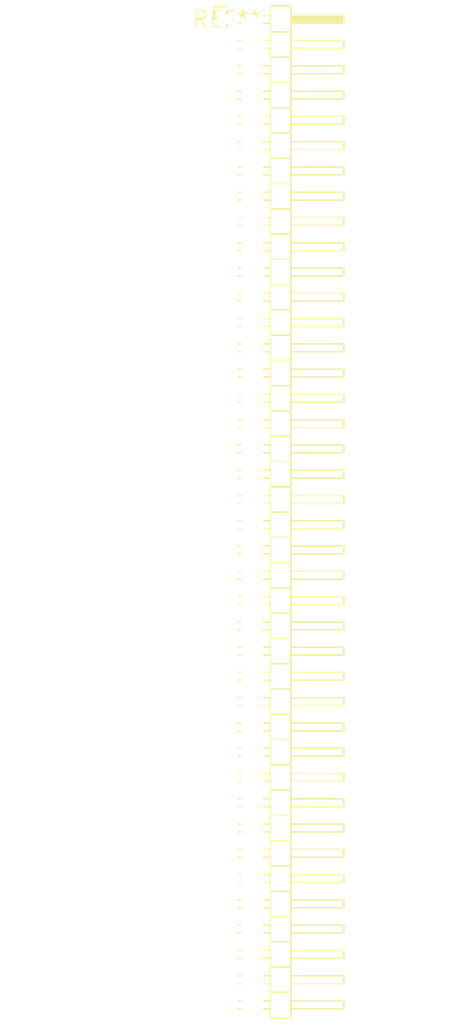
<source format=kicad_pcb>
(kicad_pcb (version 20240108) (generator pcbnew)
  (layers (0 "F.Cu" signal) (31 "B.Cu" signal) (34 "B.Paste" user) (35 "F.Paste" user) (36 "B.SilkS" user "B.Silkscreen") (37 "F.SilkS" user "F.Silkscreen") (38 "B.Mask" user) (39 "F.Mask" user) (44 "Edge.Cuts" user))
  (net 0 "")
  (footprint "PinHeader_2x40_P2.00mm_Horizontal" (layer "F.Cu") (at 0 0)
    (property "Reference" "REF**")
    (property "Value" "PinHeader_2x40_P2.00mm_Horizontal")
    (fp_line (start -1 -1) (end 0 -1) (layer "F.SilkS") (stroke (width 0.12)))
    (fp_line (start -1 0) (end -1 -1) (layer "F.SilkS") (stroke (width 0.12)))
    (fp_line (start 0.882114 1.69) (end 1.117886 1.69) (layer "F.SilkS") (stroke (width 0.12)))
    (fp_line (start 0.882114 2.31) (end 1.117886 2.31) (layer "F.SilkS") (stroke (width 0.12)))
    (fp_line (start 0.882114 3.69) (end 1.117886 3.69) (layer "F.SilkS") (stroke (width 0.12)))
    (fp_line (start 0.882114 4.31) (end 1.117886 4.31) (layer "F.SilkS") (stroke (width 0.12)))
    (fp_line (start 0.882114 5.69) (end 1.117886 5.69) (layer "F.SilkS") (stroke (width 0.12)))
    (fp_line (start 0.882114 6.31) (end 1.117886 6.31) (layer "F.SilkS") (stroke (width 0.12)))
    (fp_line (start 0.882114 7.69) (end 1.117886 7.69) (layer "F.SilkS") (stroke (width 0.12)))
    (fp_line (start 0.882114 8.31) (end 1.117886 8.31) (layer "F.SilkS") (stroke (width 0.12)))
    (fp_line (start 0.882114 9.69) (end 1.117886 9.69) (layer "F.SilkS") (stroke (width 0.12)))
    (fp_line (start 0.882114 10.31) (end 1.117886 10.31) (layer "F.SilkS") (stroke (width 0.12)))
    (fp_line (start 0.882114 11.69) (end 1.117886 11.69) (layer "F.SilkS") (stroke (width 0.12)))
    (fp_line (start 0.882114 12.31) (end 1.117886 12.31) (layer "F.SilkS") (stroke (width 0.12)))
    (fp_line (start 0.882114 13.69) (end 1.117886 13.69) (layer "F.SilkS") (stroke (width 0.12)))
    (fp_line (start 0.882114 14.31) (end 1.117886 14.31) (layer "F.SilkS") (stroke (width 0.12)))
    (fp_line (start 0.882114 15.69) (end 1.117886 15.69) (layer "F.SilkS") (stroke (width 0.12)))
    (fp_line (start 0.882114 16.31) (end 1.117886 16.31) (layer "F.SilkS") (stroke (width 0.12)))
    (fp_line (start 0.882114 17.69) (end 1.117886 17.69) (layer "F.SilkS") (stroke (width 0.12)))
    (fp_line (start 0.882114 18.31) (end 1.117886 18.31) (layer "F.SilkS") (stroke (width 0.12)))
    (fp_line (start 0.882114 19.69) (end 1.117886 19.69) (layer "F.SilkS") (stroke (width 0.12)))
    (fp_line (start 0.882114 20.31) (end 1.117886 20.31) (layer "F.SilkS") (stroke (width 0.12)))
    (fp_line (start 0.882114 21.69) (end 1.117886 21.69) (layer "F.SilkS") (stroke (width 0.12)))
    (fp_line (start 0.882114 22.31) (end 1.117886 22.31) (layer "F.SilkS") (stroke (width 0.12)))
    (fp_line (start 0.882114 23.69) (end 1.117886 23.69) (layer "F.SilkS") (stroke (width 0.12)))
    (fp_line (start 0.882114 24.31) (end 1.117886 24.31) (layer "F.SilkS") (stroke (width 0.12)))
    (fp_line (start 0.882114 25.69) (end 1.117886 25.69) (layer "F.SilkS") (stroke (width 0.12)))
    (fp_line (start 0.882114 26.31) (end 1.117886 26.31) (layer "F.SilkS") (stroke (width 0.12)))
    (fp_line (start 0.882114 27.69) (end 1.117886 27.69) (layer "F.SilkS") (stroke (width 0.12)))
    (fp_line (start 0.882114 28.31) (end 1.117886 28.31) (layer "F.SilkS") (stroke (width 0.12)))
    (fp_line (start 0.882114 29.69) (end 1.117886 29.69) (layer "F.SilkS") (stroke (width 0.12)))
    (fp_line (start 0.882114 30.31) (end 1.117886 30.31) (layer "F.SilkS") (stroke (width 0.12)))
    (fp_line (start 0.882114 31.69) (end 1.117886 31.69) (layer "F.SilkS") (stroke (width 0.12)))
    (fp_line (start 0.882114 32.31) (end 1.117886 32.31) (layer "F.SilkS") (stroke (width 0.12)))
    (fp_line (start 0.882114 33.69) (end 1.117886 33.69) (layer "F.SilkS") (stroke (width 0.12)))
    (fp_line (start 0.882114 34.31) (end 1.117886 34.31) (layer "F.SilkS") (stroke (width 0.12)))
    (fp_line (start 0.882114 35.69) (end 1.117886 35.69) (layer "F.SilkS") (stroke (width 0.12)))
    (fp_line (start 0.882114 36.31) (end 1.117886 36.31) (layer "F.SilkS") (stroke (width 0.12)))
    (fp_line (start 0.882114 37.69) (end 1.117886 37.69) (layer "F.SilkS") (stroke (width 0.12)))
    (fp_line (start 0.882114 38.31) (end 1.117886 38.31) (layer "F.SilkS") (stroke (width 0.12)))
    (fp_line (start 0.882114 39.69) (end 1.117886 39.69) (layer "F.SilkS") (stroke (width 0.12)))
    (fp_line (start 0.882114 40.31) (end 1.117886 40.31) (layer "F.SilkS") (stroke (width 0.12)))
    (fp_line (start 0.882114 41.69) (end 1.117886 41.69) (layer "F.SilkS") (stroke (width 0.12)))
    (fp_line (start 0.882114 42.31) (end 1.117886 42.31) (layer "F.SilkS") (stroke (width 0.12)))
    (fp_line (start 0.882114 43.69) (end 1.117886 43.69) (layer "F.SilkS") (stroke (width 0.12)))
    (fp_line (start 0.882114 44.31) (end 1.117886 44.31) (layer "F.SilkS") (stroke (width 0.12)))
    (fp_line (start 0.882114 45.69) (end 1.117886 45.69) (layer "F.SilkS") (stroke (width 0.12)))
    (fp_line (start 0.882114 46.31) (end 1.117886 46.31) (layer "F.SilkS") (stroke (width 0.12)))
    (fp_line (start 0.882114 47.69) (end 1.117886 47.69) (layer "F.SilkS") (stroke (width 0.12)))
    (fp_line (start 0.882114 48.31) (end 1.117886 48.31) (layer "F.SilkS") (stroke (width 0.12)))
    (fp_line (start 0.882114 49.69) (end 1.117886 49.69) (layer "F.SilkS") (stroke (width 0.12)))
    (fp_line (start 0.882114 50.31) (end 1.117886 50.31) (layer "F.SilkS") (stroke (width 0.12)))
    (fp_line (start 0.882114 51.69) (end 1.117886 51.69) (layer "F.SilkS") (stroke (width 0.12)))
    (fp_line (start 0.882114 52.31) (end 1.117886 52.31) (layer "F.SilkS") (stroke (width 0.12)))
    (fp_line (start 0.882114 53.69) (end 1.117886 53.69) (layer "F.SilkS") (stroke (width 0.12)))
    (fp_line (start 0.882114 54.31) (end 1.117886 54.31) (layer "F.SilkS") (stroke (width 0.12)))
    (fp_line (start 0.882114 55.69) (end 1.117886 55.69) (layer "F.SilkS") (stroke (width 0.12)))
    (fp_line (start 0.882114 56.31) (end 1.117886 56.31) (layer "F.SilkS") (stroke (width 0.12)))
    (fp_line (start 0.882114 57.69) (end 1.117886 57.69) (layer "F.SilkS") (stroke (width 0.12)))
    (fp_line (start 0.882114 58.31) (end 1.117886 58.31) (layer "F.SilkS") (stroke (width 0.12)))
    (fp_line (start 0.882114 59.69) (end 1.117886 59.69) (layer "F.SilkS") (stroke (width 0.12)))
    (fp_line (start 0.882114 60.31) (end 1.117886 60.31) (layer "F.SilkS") (stroke (width 0.12)))
    (fp_line (start 0.882114 61.69) (end 1.117886 61.69) (layer "F.SilkS") (stroke (width 0.12)))
    (fp_line (start 0.882114 62.31) (end 1.117886 62.31) (layer "F.SilkS") (stroke (width 0.12)))
    (fp_line (start 0.882114 63.69) (end 1.117886 63.69) (layer "F.SilkS") (stroke (width 0.12)))
    (fp_line (start 0.882114 64.31) (end 1.117886 64.31) (layer "F.SilkS") (stroke (width 0.12)))
    (fp_line (start 0.882114 65.69) (end 1.117886 65.69) (layer "F.SilkS") (stroke (width 0.12)))
    (fp_line (start 0.882114 66.31) (end 1.117886 66.31) (layer "F.SilkS") (stroke (width 0.12)))
    (fp_line (start 0.882114 67.69) (end 1.117886 67.69) (layer "F.SilkS") (stroke (width 0.12)))
    (fp_line (start 0.882114 68.31) (end 1.117886 68.31) (layer "F.SilkS") (stroke (width 0.12)))
    (fp_line (start 0.882114 69.69) (end 1.117886 69.69) (layer "F.SilkS") (stroke (width 0.12)))
    (fp_line (start 0.882114 70.31) (end 1.117886 70.31) (layer "F.SilkS") (stroke (width 0.12)))
    (fp_line (start 0.882114 71.69) (end 1.117886 71.69) (layer "F.SilkS") (stroke (width 0.12)))
    (fp_line (start 0.882114 72.31) (end 1.117886 72.31) (layer "F.SilkS") (stroke (width 0.12)))
    (fp_line (start 0.882114 73.69) (end 1.117886 73.69) (layer "F.SilkS") (stroke (width 0.12)))
    (fp_line (start 0.882114 74.31) (end 1.117886 74.31) (layer "F.SilkS") (stroke (width 0.12)))
    (fp_line (start 0.882114 75.69) (end 1.117886 75.69) (layer "F.SilkS") (stroke (width 0.12)))
    (fp_line (start 0.882114 76.31) (end 1.117886 76.31) (layer "F.SilkS") (stroke (width 0.12)))
    (fp_line (start 0.882114 77.69) (end 1.117886 77.69) (layer "F.SilkS") (stroke (width 0.12)))
    (fp_line (start 0.882114 78.31) (end 1.117886 78.31) (layer "F.SilkS") (stroke (width 0.12)))
    (fp_line (start 0.935 -0.31) (end 1.117886 -0.31) (layer "F.SilkS") (stroke (width 0.12)))
    (fp_line (start 0.935 0.31) (end 1.117886 0.31) (layer "F.SilkS") (stroke (width 0.12)))
    (fp_line (start 2.882114 -0.31) (end 3.44 -0.31) (layer "F.SilkS") (stroke (width 0.12)))
    (fp_line (start 2.882114 0.31) (end 3.44 0.31) (layer "F.SilkS") (stroke (width 0.12)))
    (fp_line (start 2.882114 1.69) (end 3.44 1.69) (layer "F.SilkS") (stroke (width 0.12)))
    (fp_line (start 2.882114 2.31) (end 3.44 2.31) (layer "F.SilkS") (stroke (width 0.12)))
    (fp_line (start 2.882114 3.69) (end 3.44 3.69) (layer "F.SilkS") (stroke (width 0.12)))
    (fp_line (start 2.882114 4.31) (end 3.44 4.31) (layer "F.SilkS") (stroke (width 0.12)))
    (fp_line (start 2.882114 5.69) (end 3.44 5.69) (layer "F.SilkS") (stroke (width 0.12)))
    (fp_line (start 2.882114 6.31) (end 3.44 6.31) (layer "F.SilkS") (stroke (width 0.12)))
    (fp_line (start 2.882114 7.69) (end 3.44 7.69) (layer "F.SilkS") (stroke (width 0.12)))
    (fp_line (start 2.882114 8.31) (end 3.44 8.31) (layer "F.SilkS") (stroke (width 0.12)))
    (fp_line (start 2.882114 9.69) (end 3.44 9.69) (layer "F.SilkS") (stroke (width 0.12)))
    (fp_line (start 2.882114 10.31) (end 3.44 10.31) (layer "F.SilkS") (stroke (width 0.12)))
    (fp_line (start 2.882114 11.69) (end 3.44 11.69) (layer "F.SilkS") (stroke (width 0.12)))
    (fp_line (start 2.882114 12.31) (end 3.44 12.31) (layer "F.SilkS") (stroke (width 0.12)))
    (fp_line (start 2.882114 13.69) (end 3.44 13.69) (layer "F.SilkS") (stroke (width 0.12)))
    (fp_line (start 2.882114 14.31) (end 3.44 14.31) (layer "F.SilkS") (stroke (width 0.12)))
    (fp_line (start 2.882114 15.69) (end 3.44 15.69) (layer "F.SilkS") (stroke (width 0.12)))
    (fp_line (start 2.882114 16.31) (end 3.44 16.31) (layer "F.SilkS") (stroke (width 0.12)))
    (fp_line (start 2.882114 17.69) (end 3.44 17.69) (layer "F.SilkS") (stroke (width 0.12)))
    (fp_line (start 2.882114 18.31) (end 3.44 18.31) (layer "F.SilkS") (stroke (width 0.12)))
    (fp_line (start 2.882114 19.69) (end 3.44 19.69) (layer "F.SilkS") (stroke (width 0.12)))
    (fp_line (start 2.882114 20.31) (end 3.44 20.31) (layer "F.SilkS") (stroke (width 0.12)))
    (fp_line (start 2.882114 21.69) (end 3.44 21.69) (layer "F.SilkS") (stroke (width 0.12)))
    (fp_line (start 2.882114 22.31) (end 3.44 22.31) (layer "F.SilkS") (stroke (width 0.12)))
    (fp_line (start 2.882114 23.69) (end 3.44 23.69) (layer "F.SilkS") (stroke (width 0.12)))
    (fp_line (start 2.882114 24.31) (end 3.44 24.31) (layer "F.SilkS") (stroke (width 0.12)))
    (fp_line (start 2.882114 25.69) (end 3.44 25.69) (layer "F.SilkS") (stroke (width 0.12)))
    (fp_line (start 2.882114 26.31) (end 3.44 26.31) (layer "F.SilkS") (stroke (width 0.12)))
    (fp_line (start 2.882114 27.69) (end 3.44 27.69) (layer "F.SilkS") (stroke (width 0.12)))
    (fp_line (start 2.882114 28.31) (end 3.44 28.31) (layer "F.SilkS") (stroke (width 0.12)))
    (fp_line (start 2.882114 29.69) (end 3.44 29.69) (layer "F.SilkS") (stroke (width 0.12)))
    (fp_line (start 2.882114 30.31) (end 3.44 30.31) (layer "F.SilkS") (stroke (width 0.12)))
    (fp_line (start 2.882114 31.69) (end 3.44 31.69) (layer "F.SilkS") (stroke (width 0.12)))
    (fp_line (start 2.882114 32.31) (end 3.44 32.31) (layer "F.SilkS") (stroke (width 0.12)))
    (fp_line (start 2.882114 33.69) (end 3.44 33.69) (layer "F.SilkS") (stroke (width 0.12)))
    (fp_line (start 2.882114 34.31) (end 3.44 34.31) (layer "F.SilkS") (stroke (width 0.12)))
    (fp_line (start 2.882114 35.69) (end 3.44 35.69) (layer "F.SilkS") (stroke (width 0.12)))
    (fp_line (start 2.882114 36.31) (end 3.44 36.31) (layer "F.SilkS") (stroke (width 0.12)))
    (fp_line (start 2.882114 37.69) (end 3.44 37.69) (layer "F.SilkS") (stroke (width 0.12)))
    (fp_line (start 2.882114 38.31) (end 3.44 38.31) (layer "F.SilkS") (stroke (width 0.12)))
    (fp_line (start 2.882114 39.69) (end 3.44 39.69) (layer "F.SilkS") (stroke (width 0.12)))
    (fp_line (start 2.882114 40.31) (end 3.44 40.31) (layer "F.SilkS") (stroke (width 0.12)))
    (fp_line (start 2.882114 41.69) (end 3.44 41.69) (layer "F.SilkS") (stroke (width 0.12)))
    (fp_line (start 2.882114 42.31) (end 3.44 42.31) (layer "F.SilkS") (stroke (width 0.12)))
    (fp_line (start 2.882114 43.69) (end 3.44 43.69) (layer "F.SilkS") (stroke (width 0.12)))
    (fp_line (start 2.882114 44.31) (end 3.44 44.31) (layer "F.SilkS") (stroke (width 0.12)))
    (fp_line (start 2.882114 45.69) (end 3.44 45.69) (layer "F.SilkS") (stroke (width 0.12)))
    (fp_line (start 2.882114 46.31) (end 3.44 46.31) (layer "F.SilkS") (stroke (width 0.12)))
    (fp_line (start 2.882114 47.69) (end 3.44 47.69) (layer "F.SilkS") (stroke (width 0.12)))
    (fp_line (start 2.882114 48.31) (end 3.44 48.31) (layer "F.SilkS") (stroke (width 0.12)))
    (fp_line (start 2.882114 49.69) (end 3.44 49.69) (layer "F.SilkS") (stroke (width 0.12)))
    (fp_line (start 2.882114 50.31) (end 3.44 50.31) (layer "F.SilkS") (stroke (width 0.12)))
    (fp_line (start 2.882114 51.69) (end 3.44 51.69) (layer "F.SilkS") (stroke (width 0.12)))
    (fp_line (start 2.882114 52.31) (end 3.44 52.31) (layer "F.SilkS") (stroke (width 0.12)))
    (fp_line (start 2.882114 53.69) (end 3.44 53.69) (layer "F.SilkS") (stroke (width 0.12)))
    (fp_line (start 2.882114 54.31) (end 3.44 54.31) (layer "F.SilkS") (stroke (width 0.12)))
    (fp_line (start 2.882114 55.69) (end 3.44 55.69) (layer "F.SilkS") (stroke (width 0.12)))
    (fp_line (start 2.882114 56.31) (end 3.44 56.31) (layer "F.SilkS") (stroke (width 0.12)))
    (fp_line (start 2.882114 57.69) (end 3.44 57.69) (layer "F.SilkS") (stroke (width 0.12)))
    (fp_line (start 2.882114 58.31) (end 3.44 58.31) (layer "F.SilkS") (stroke (width 0.12)))
    (fp_line (start 2.882114 59.69) (end 3.44 59.69) (layer "F.SilkS") (stroke (width 0.12)))
    (fp_line (start 2.882114 60.31) (end 3.44 60.31) (layer "F.SilkS") (stroke (width 0.12)))
    (fp_line (start 2.882114 61.69) (end 3.44 61.69) (layer "F.SilkS") (stroke (width 0.12)))
    (fp_line (start 2.882114 62.31) (end 3.44 62.31) (layer "F.SilkS") (stroke (width 0.12)))
    (fp_line (start 2.882114 63.69) (end 3.44 63.69) (layer "F.SilkS") (stroke (width 0.12)))
    (fp_line (start 2.882114 64.31) (end 3.44 64.31) (layer "F.SilkS") (stroke (width 0.12)))
    (fp_line (start 2.882114 65.69) (end 3.44 65.69) (layer "F.SilkS") (stroke (width 0.12)))
    (fp_line (start 2.882114 66.31) (end 3.44 66.31) (layer "F.SilkS") (stroke (width 0.12)))
    (fp_line (start 2.882114 67.69) (end 3.44 67.69) (layer "F.SilkS") (stroke (width 0.12)))
    (fp_line (start 2.882114 68.31) (end 3.44 68.31) (layer "F.SilkS") (stroke (width 0.12)))
    (fp_line (start 2.882114 69.69) (end 3.44 69.69) (layer "F.SilkS") (stroke (width 0.12)))
    (fp_line (start 2.882114 70.31) (end 3.44 70.31) (layer "F.SilkS") (stroke (width 0.12)))
    (fp_line (start 2.882114 71.69) (end 3.44 71.69) (layer "F.SilkS") (stroke (width 0.12)))
    (fp_line (start 2.882114 72.31) (end 3.44 72.31) (layer "F.SilkS") (stroke (width 0.12)))
    (fp_line (start 2.882114 73.69) (end 3.44 73.69) (layer "F.SilkS") (stroke (width 0.12)))
    (fp_line (start 2.882114 74.31) (end 3.44 74.31) (layer "F.SilkS") (stroke (width 0.12)))
    (fp_line (start 2.882114 75.69) (end 3.44 75.69) (layer "F.SilkS") (stroke (width 0.12)))
    (fp_line (start 2.882114 76.31) (end 3.44 76.31) (layer "F.SilkS") (stroke (width 0.12)))
    (fp_line (start 2.882114 77.69) (end 3.44 77.69) (layer "F.SilkS") (stroke (width 0.12)))
    (fp_line (start 2.882114 78.31) (end 3.44 78.31) (layer "F.SilkS") (stroke (width 0.12)))
    (fp_line (start 3.44 -1.06) (end 3.44 79.06) (layer "F.SilkS") (stroke (width 0.12)))
    (fp_line (start 3.44 1) (end 5.06 1) (layer "F.SilkS") (stroke (width 0.12)))
    (fp_line (start 3.44 3) (end 5.06 3) (layer "F.SilkS") (stroke (width 0.12)))
    (fp_line (start 3.44 5) (end 5.06 5) (layer "F.SilkS") (stroke (width 0.12)))
    (fp_line (start 3.44 7) (end 5.06 7) (layer "F.SilkS") (stroke (width 0.12)))
    (fp_line (start 3.44 9) (end 5.06 9) (layer "F.SilkS") (stroke (width 0.12)))
    (fp_line (start 3.44 11) (end 5.06 11) (layer "F.SilkS") (stroke (width 0.12)))
    (fp_line (start 3.44 13) (end 5.06 13) (layer "F.SilkS") (stroke (width 0.12)))
    (fp_line (start 3.44 15) (end 5.06 15) (layer "F.SilkS") (stroke (width 0.12)))
    (fp_line (start 3.44 17) (end 5.06 17) (layer "F.SilkS") (stroke (width 0.12)))
    (fp_line (start 3.44 19) (end 5.06 19) (layer "F.SilkS") (stroke (width 0.12)))
    (fp_line (start 3.44 21) (end 5.06 21) (layer "F.SilkS") (stroke (width 0.12)))
    (fp_line (start 3.44 23) (end 5.06 23) (layer "F.SilkS") (stroke (width 0.12)))
    (fp_line (start 3.44 25) (end 5.06 25) (layer "F.SilkS") (stroke (width 0.12)))
    (fp_line (start 3.44 27) (end 5.06 27) (layer "F.SilkS") (stroke (width 0.12)))
    (fp_line (start 3.44 29) (end 5.06 29) (layer "F.SilkS") (stroke (width 0.12)))
    (fp_line (start 3.44 31) (end 5.06 31) (layer "F.SilkS") (stroke (width 0.12)))
    (fp_line (start 3.44 33) (end 5.06 33) (layer "F.SilkS") (stroke (width 0.12)))
    (fp_line (start 3.44 35) (end 5.06 35) (layer "F.SilkS") (stroke (width 0.12)))
    (fp_line (start 3.44 37) (end 5.06 37) (layer "F.SilkS") (stroke (width 0.12)))
    (fp_line (start 3.44 39) (end 5.06 39) (layer "F.SilkS") (stroke (width 0.12)))
    (fp_line (start 3.44 41) (end 5.06 41) (layer "F.SilkS") (stroke (width 0.12)))
    (fp_line (start 3.44 43) (end 5.06 43) (layer "F.SilkS") (stroke (width 0.12)))
    (fp_line (start 3.44 45) (end 5.06 45) (layer "F.SilkS") (stroke (width 0.12)))
    (fp_line (start 3.44 47) (end 5.06 47) (layer "F.SilkS") (stroke (width 0.12)))
    (fp_line (start 3.44 49) (end 5.06 49) (layer "F.SilkS") (stroke (width 0.12)))
    (fp_line (start 3.44 51) (end 5.06 51) (layer "F.SilkS") (stroke (width 0.12)))
    (fp_line (start 3.44 53) (end 5.06 53) (layer "F.SilkS") (stroke (width 0.12)))
    (fp_line (start 3.44 55) (end 5.06 55) (layer "F.SilkS") (stroke (width 0.12)))
    (fp_line (start 3.44 57) (end 5.06 57) (layer "F.SilkS") (stroke (width 0.12)))
    (fp_line (start 3.44 59) (end 5.06 59) (layer "F.SilkS") (stroke (width 0.12)))
    (fp_line (start 3.44 61) (end 5.06 61) (layer "F.SilkS") (stroke (width 0.12)))
    (fp_line (start 3.44 63) (end 5.06 63) (layer "F.SilkS") (stroke (width 0.12)))
    (fp_line (start 3.44 65) (end 5.06 65) (layer "F.SilkS") (stroke (width 0.12)))
    (fp_line (start 3.44 67) (end 5.06 67) (layer "F.SilkS") (stroke (width 0.12)))
    (fp_line (start 3.44 69) (end 5.06 69) (layer "F.SilkS") (stroke (width 0.12)))
    (fp_line (start 3.44 71) (end 5.06 71) (layer "F.SilkS") (stroke (width 0.12)))
    (fp_line (start 3.44 73) (end 5.06 73) (layer "F.SilkS") (stroke (width 0.12)))
    (fp_line (start 3.44 75) (end 5.06 75) (layer "F.SilkS") (stroke (width 0.12)))
    (fp_line (start 3.44 77) (end 5.06 77) (layer "F.SilkS") (stroke (width 0.12)))
    (fp_line (start 3.44 79.06) (end 5.06 79.06) (layer "F.SilkS") (stroke (width 0.12)))
    (fp_line (start 5.06 -1.06) (end 3.44 -1.06) (layer "F.SilkS") (stroke (width 0.12)))
    (fp_line (start 5.06 -0.31) (end 9.26 -0.31) (layer "F.SilkS") (stroke (width 0.12)))
    (fp_line (start 5.06 -0.25) (end 9.26 -0.25) (layer "F.SilkS") (stroke (width 0.12)))
    (fp_line (start 5.06 -0.13) (end 9.26 -0.13) (layer "F.SilkS") (stroke (width 0.12)))
    (fp_line (start 5.06 -0.01) (end 9.26 -0.01) (layer "F.SilkS") (stroke (width 0.12)))
    (fp_line (start 5.06 0.11) (end 9.26 0.11) (layer "F.SilkS") (stroke (width 0.12)))
    (fp_line (start 5.06 0.23) (end 9.26 0.23) (layer "F.SilkS") (stroke (width 0.12)))
    (fp_line (start 5.06 1.69) (end 9.26 1.69) (layer "F.SilkS") (stroke (width 0.12)))
    (fp_line (start 5.06 3.69) (end 9.26 3.69) (layer "F.SilkS") (stroke (width 0.12)))
    (fp_line (start 5.06 5.69) (end 9.26 5.69) (layer "F.SilkS") (stroke (width 0.12)))
    (fp_line (start 5.06 7.69) (end 9.26 7.69) (layer "F.SilkS") (stroke (width 0.12)))
    (fp_line (start 5.06 9.69) (end 9.26 9.69) (layer "F.SilkS") (stroke (width 0.12)))
    (fp_line (start 5.06 11.69) (end 9.26 11.69) (layer "F.SilkS") (stroke (width 0.12)))
    (fp_line (start 5.06 13.69) (end 9.26 13.69) (layer "F.SilkS") (stroke (width 0.12)))
    (fp_line (start 5.06 15.69) (end 9.26 15.69) (layer "F.SilkS") (stroke (width 0.12)))
    (fp_line (start 5.06 17.69) (end 9.26 17.69) (layer "F.SilkS") (stroke (width 0.12)))
    (fp_line (start 5.06 19.69) (end 9.26 19.69) (layer "F.SilkS") (stroke (width 0.12)))
    (fp_line (start 5.06 21.69) (end 9.26 21.69) (layer "F.SilkS") (stroke (width 0.12)))
    (fp_line (start 5.06 23.69) (end 9.26 23.69) (layer "F.SilkS") (stroke (width 0.12)))
    (fp_line (start 5.06 25.69) (end 9.26 25.69) (layer "F.SilkS") (stroke (width 0.12)))
    (fp_line (start 5.06 27.69) (end 9.26 27.69) (layer "F.SilkS") (stroke (width 0.12)))
    (fp_line (start 5.06 29.69) (end 9.26 29.69) (layer "F.SilkS") (stroke (width 0.12)))
    (fp_line (start 5.06 31.69) (end 9.26 31.69) (layer "F.SilkS") (stroke (width 0.12)))
    (fp_line (start 5.06 33.69) (end 9.26 33.69) (layer "F.SilkS") (stroke (width 0.12)))
    (fp_line (start 5.06 35.69) (end 9.26 35.69) (layer "F.SilkS") (stroke (width 0.12)))
    (fp_line (start 5.06 37.69) (end 9.26 37.69) (layer "F.SilkS") (stroke (width 0.12)))
    (fp_line (start 5.06 39.69) (end 9.26 39.69) (layer "F.SilkS") (stroke (width 0.12)))
    (fp_line (start 5.06 41.69) (end 9.26 41.69) (layer "F.SilkS") (stroke (width 0.12)))
    (fp_line (start 5.06 43.69) (end 9.26 43.69) (layer "F.SilkS") (stroke (width 0.12)))
    (fp_line (start 5.06 45.69) (end 9.26 45.69) (layer "F.SilkS") (stroke (width 0.12)))
    (fp_line (start 5.06 47.69) (end 9.26 47.69) (layer "F.SilkS") (stroke (width 0.12)))
    (fp_line (start 5.06 49.69) (end 9.26 49.69) (layer "F.SilkS") (stroke (width 0.12)))
    (fp_line (start 5.06 51.69) (end 9.26 51.69) (layer "F.SilkS") (stroke (width 0.12)))
    (fp_line (start 5.06 53.69) (end 9.26 53.69) (layer "F.SilkS") (stroke (width 0.12)))
    (fp_line (start 5.06 55.69) (end 9.26 55.69) (layer "F.SilkS") (stroke (width 0.12)))
    (fp_line (start 5.06 57.69) (end 9.26 57.69) (layer "F.SilkS") (stroke (width 0.12)))
    (fp_line (start 5.06 59.69) (end 9.26 59.69) (layer "F.SilkS") (stroke (width 0.12)))
    (fp_line (start 5.06 61.69) (end 9.26 61.69) (layer "F.SilkS") (stroke (width 0.12)))
    (fp_line (start 5.06 63.69) (end 9.26 63.69) (layer "F.SilkS") (stroke (width 0.12)))
    (fp_line (start 5.06 65.69) (end 9.26 65.69) (layer "F.SilkS") (stroke (width 0.12)))
    (fp_line (start 5.06 67.69) (end 9.26 67.69) (layer "F.SilkS") (stroke (width 0.12)))
    (fp_line (start 5.06 69.69) (end 9.26 69.69) (layer "F.SilkS") (stroke (width 0.12)))
    (fp_line (start 5.06 71.69) (end 9.26 71.69) (layer "F.SilkS") (stroke (width 0.12)))
    (fp_line (start 5.06 73.69) (end 9.26 73.69) (layer "F.SilkS") (stroke (width 0.12)))
    (fp_line (start 5.06 75.69) (end 9.26 75.69) (layer "F.SilkS") (stroke (width 0.12)))
    (fp_line (start 5.06 77.69) (end 9.26 77.69) (layer "F.SilkS") (stroke (width 0.12)))
    (fp_line (start 5.06 79.06) (end 5.06 -1.06) (layer "F.SilkS") (stroke (width 0.12)))
    (fp_line (start 9.26 -0.31) (end 9.26 0.31) (layer "F.SilkS") (stroke (width 0.12)))
    (fp_line (start 9.26 0.31) (end 5.06 0.31) (layer "F.SilkS") (stroke (width 0.12)))
    (fp_line (start 9.26 1.69) (end 9.26 2.31) (layer "F.SilkS") (stroke (width 0.12)))
    (fp_line (start 9.26 2.31) (end 5.06 2.31) (layer "F.SilkS") (stroke (width 0.12)))
    (fp_line (start 9.26 3.69) (end 9.26 4.31) (layer "F.SilkS") (stroke (width 0.12)))
    (fp_line (start 9.26 4.31) (end 5.06 4.31) (layer "F.SilkS") (stroke (width 0.12)))
    (fp_line (start 9.26 5.69) (end 9.26 6.31) (layer "F.SilkS") (stroke (width 0.12)))
    (fp_line (start 9.26 6.31) (end 5.06 6.31) (layer "F.SilkS") (stroke (width 0.12)))
    (fp_line (start 9.26 7.69) (end 9.26 8.31) (layer "F.SilkS") (stroke (width 0.12)))
    (fp_line (start 9.26 8.31) (end 5.06 8.31) (layer "F.SilkS") (stroke (width 0.12)))
    (fp_line (start 9.26 9.69) (end 9.26 10.31) (layer "F.SilkS") (stroke (width 0.12)))
    (fp_line (start 9.26 10.31) (end 5.06 10.31) (layer "F.SilkS") (stroke (width 0.12)))
    (fp_line (start 9.26 11.69) (end 9.26 12.31) (layer "F.SilkS") (stroke (width 0.12)))
    (fp_line (start 9.26 12.31) (end 5.06 12.31) (layer "F.SilkS") (stroke (width 0.12)))
    (fp_line (start 9.26 13.69) (end 9.26 14.31) (layer "F.SilkS") (stroke (width 0.12)))
    (fp_line (start 9.26 14.31) (end 5.06 14.31) (layer "F.SilkS") (stroke (width 0.12)))
    (fp_line (start 9.26 15.69) (end 9.26 16.31) (layer "F.SilkS") (stroke (width 0.12)))
    (fp_line (start 9.26 16.31) (end 5.06 16.31) (layer "F.SilkS") (stroke (width 0.12)))
    (fp_line (start 9.26 17.69) (end 9.26 18.31) (layer "F.SilkS") (stroke (width 0.12)))
    (fp_line (start 9.26 18.31) (end 5.06 18.31) (layer "F.SilkS") (stroke (width 0.12)))
    (fp_line (start 9.26 19.69) (end 9.26 20.31) (layer "F.SilkS") (stroke (width 0.12)))
    (fp_line (start 9.26 20.31) (end 5.06 20.31) (layer "F.SilkS") (stroke (width 0.12)))
    (fp_line (start 9.26 21.69) (end 9.26 22.31) (layer "F.SilkS") (stroke (width 0.12)))
    (fp_line (start 9.26 22.31) (end 5.06 22.31) (layer "F.SilkS") (stroke (width 0.12)))
    (fp_line (start 9.26 23.69) (end 9.26 24.31) (layer "F.SilkS") (stroke (width 0.12)))
    (fp_line (start 9.26 24.31) (end 5.06 24.31) (layer "F.SilkS") (stroke (width 0.12)))
    (fp_line (start 9.26 25.69) (end 9.26 26.31) (layer "F.SilkS") (stroke (width 0.12)))
    (fp_line (start 9.26 26.31) (end 5.06 26.31) (layer "F.SilkS") (stroke (width 0.12)))
    (fp_line (start 9.26 27.69) (end 9.26 28.31) (layer "F.SilkS") (stroke (width 0.12)))
    (fp_line (start 9.26 28.31) (end 5.06 28.31) (layer "F.SilkS") (stroke (width 0.12)))
    (fp_line (start 9.26 29.69) (end 9.26 30.31) (layer "F.SilkS") (stroke (width 0.12)))
    (fp_line (start 9.26 30.31) (end 5.06 30.31) (layer "F.SilkS") (stroke (width 0.12)))
    (fp_line (start 9.26 31.69) (end 9.26 32.31) (layer "F.SilkS") (stroke (width 0.12)))
    (fp_line (start 9.26 32.31) (end 5.06 32.31) (layer "F.SilkS") (stroke (width 0.12)))
    (fp_line (start 9.26 33.69) (end 9.26 34.31) (layer "F.SilkS") (stroke (width 0.12)))
    (fp_line (start 9.26 34.31) (end 5.06 34.31) (layer "F.SilkS") (stroke (width 0.12)))
    (fp_line (start 9.26 35.69) (end 9.26 36.31) (layer "F.SilkS") (stroke (width 0.12)))
    (fp_line (start 9.26 36.31) (end 5.06 36.31) (layer "F.SilkS") (stroke (width 0.12)))
    (fp_line (start 9.26 37.69) (end 9.26 38.31) (layer "F.SilkS") (stroke (width 0.12)))
    (fp_line (start 9.26 38.31) (end 5.06 38.31) (layer "F.SilkS") (stroke (width 0.12)))
    (fp_line (start 9.26 39.69) (end 9.26 40.31) (layer "F.SilkS") (stroke (width 0.12)))
    (fp_line (start 9.26 40.31) (end 5.06 40.31) (layer "F.SilkS") (stroke (width 0.12)))
    (fp_line (start 9.26 41.69) (end 9.26 42.31) (layer "F.SilkS") (stroke (width 0.12)))
    (fp_line (start 9.26 42.31) (end 5.06 42.31) (layer "F.SilkS") (stroke (width 0.12)))
    (fp_line (start 9.26 43.69) (end 9.26 44.31) (layer "F.SilkS") (stroke (width 0.12)))
    (fp_line (start 9.26 44.31) (end 5.06 44.31) (layer "F.SilkS") (stroke (width 0.12)))
    (fp_line (start 9.26 45.69) (end 9.26 46.31) (layer "F.SilkS") (stroke (width 0.12)))
    (fp_line (start 9.26 46.31) (end 5.06 46.31) (layer "F.SilkS") (stroke (width 0.12)))
    (fp_line (start 9.26 47.69) (end 9.26 48.31) (layer "F.SilkS") (stroke (width 0.12)))
    (fp_line (start 9.26 48.31) (end 5.06 48.31) (layer "F.SilkS") (stroke (width 0.12)))
    (fp_line (start 9.26 49.69) (end 9.26 50.31) (layer "F.SilkS") (stroke (width 0.12)))
    (fp_line (start 9.26 50.31) (end 5.06 50.31) (layer "F.SilkS") (stroke (width 0.12)))
    (fp_line (start 9.26 51.69) (end 9.26 52.31) (layer "F.SilkS") (stroke (width 0.12)))
    (fp_line (start 9.26 52.31) (end 5.06 52.31) (layer "F.SilkS") (stroke (width 0.12)))
    (fp_line (start 9.26 53.69) (end 9.26 54.31) (layer "F.SilkS") (stroke (width 0.12)))
    (fp_line (start 9.26 54.31) (end 5.06 54.31) (layer "F.SilkS") (stroke (width 0.12)))
    (fp_line (start 9.26 55.69) (end 9.26 56.31) (layer "F.SilkS") (stroke (width 0.12)))
    (fp_line (start 9.26 56.31) (end 5.06 56.31) (layer "F.SilkS") (stroke (width 0.12)))
    (fp_line (start 9.26 57.69) (end 9.26 58.31) (layer "F.SilkS") (stroke (width 0.12)))
    (fp_line (start 9.26 58.31) (end 5.06 58.31) (layer "F.SilkS") (stroke (width 0.12)))
    (fp_line (start 9.26 59.69) (end 9.26 60.31) (layer "F.SilkS") (stroke (width 0.12)))
    (fp_line (start 9.26 60.31) (end 5.06 60.31) (layer "F.SilkS") (stroke (width 0.12)))
    (fp_line (start 9.26 61.69) (end 9.26 62.31) (layer "F.SilkS") (stroke (width 0.12)))
    (fp_line (start 9.26 62.31) (end 5.06 62.31) (layer "F.SilkS") (stroke (width 0.12)))
    (fp_line (start 9.26 63.69) (end 9.26 64.31) (layer "F.SilkS") (stroke (width 0.12)))
    (fp_line (start 9.26 64.31) (end 5.06 64.31) (layer "F.SilkS") (stroke (width 0.12)))
    (fp_line (start 9.26 65.69) (end 9.26 66.31) (layer "F.SilkS") (stroke (width 0.12)))
    (fp_line (start 9.26 66.31) (end 5.06 66.31) (layer "F.SilkS") (stroke (width 0.12)))
    (fp_line (start 9.26 67.69) (end 9.26 68.31) (layer "F.SilkS") (stroke (width 0.12)))
    (fp_line (start 9.26 68.31) (end 5.06 68.31) (layer "F.SilkS") (stroke (width 0.12)))
    (fp_line (start 9.26 69.69) (end 9.26 70.31) (layer "F.SilkS") (stroke (width 0.12)))
    (fp_line (start 9.26 70.31) (end 5.06 70.31) (layer "F.SilkS") (stroke (width 0.12)))
    (fp_line (start 9.26 71.69) (end 9.26 72.31) (layer "F.SilkS") (stroke (width 0.12)))
    (fp_line (start 9.26 72.31) (end 5.06 72.31) (layer "F.SilkS") (stroke (width 0.12)))
    (fp_line (start 9.26 73.69) (end 9.26 74.31) (layer "F.SilkS") (stroke (width 0.12)))
    (fp_line (start 9.26 74.31) (end 5.06 74.31) (layer "F.SilkS") (stroke (width 0.12)))
    (fp_line (start 9.26 75.69) (end 9.26 76.31) (layer "F.SilkS") (stroke (width 0.12)))
    (fp_line (start 9.26 76.31) (end 5.06 76.31) (layer "F.SilkS") (stroke (width 0.12)))
    (fp_line (start 9.26 77.69) (end 9.26 78.31) (layer "F.SilkS") (stroke (width 0.12)))
    (fp_line (start 9.26 78.31) (end 5.06 78.31) (layer "F.SilkS") (stroke (width 0.12)))
    (pad "1" thru_hole rect (at 0 0) (size 1.35 1.35) (drill 0.8) (layers *.Cu *.Mask) (remove_unused_layers))
    (pad "2" thru_hole oval (at 2 0) (size 1.35 1.35) (drill 0.8) (layers *.Cu *.Mask) (remove_unused_layers))
    (pad "3" thru_hole oval (at 0 2) (size 1.35 1.35) (drill 0.8) (layers *.Cu *.Mask) (remove_unused_layers))
    (pad "4" thru_hole oval (at 2 2) (size 1.35 1.35) (drill 0.8) (layers *.Cu *.Mask) (remove_unused_layers))
    (pad "5" thru_hole oval (at 0 4) (size 1.35 1.35) (drill 0.8) (layers *.Cu *.Mask) (remove_unused_layers))
    (pad "6" thru_hole oval (at 2 4) (size 1.35 1.35) (drill 0.8) (layers *.Cu *.Mask) (remove_unused_layers))
    (pad "7" thru_hole oval (at 0 6) (size 1.35 1.35) (drill 0.8) (layers *.Cu *.Mask) (remove_unused_layers))
    (pad "8" thru_hole oval (at 2 6) (size 1.35 1.35) (drill 0.8) (layers *.Cu *.Mask) (remove_unused_layers))
    (pad "9" thru_hole oval (at 0 8) (size 1.35 1.35) (drill 0.8) (layers *.Cu *.Mask) (remove_unused_layers))
    (pad "10" thru_hole oval (at 2 8) (size 1.35 1.35) (drill 0.8) (layers *.Cu *.Mask) (remove_unused_layers))
    (pad "11" thru_hole oval (at 0 10) (size 1.35 1.35) (drill 0.8) (layers *.Cu *.Mask) (remove_unused_layers))
    (pad "12" thru_hole oval (at 2 10) (size 1.35 1.35) (drill 0.8) (layers *.Cu *.Mask) (remove_unused_layers))
    (pad "13" thru_hole oval (at 0 12) (size 1.35 1.35) (drill 0.8) (layers *.Cu *.Mask) (remove_unused_layers))
    (pad "14" thru_hole oval (at 2 12) (size 1.35 1.35) (drill 0.8) (layers *.Cu *.Mask) (remove_unused_layers))
    (pad "15" thru_hole oval (at 0 14) (size 1.35 1.35) (drill 0.8) (layers *.Cu *.Mask) (remove_unused_layers))
    (pad "16" thru_hole oval (at 2 14) (size 1.35 1.35) (drill 0.8) (layers *.Cu *.Mask) (remove_unused_layers))
    (pad "17" thru_hole oval (at 0 16) (size 1.35 1.35) (drill 0.8) (layers *.Cu *.Mask) (remove_unused_layers))
    (pad "18" thru_hole oval (at 2 16) (size 1.35 1.35) (drill 0.8) (layers *.Cu *.Mask) (remove_unused_layers))
    (pad "19" thru_hole oval (at 0 18) (size 1.35 1.35) (drill 0.8) (layers *.Cu *.Mask) (remove_unused_layers))
    (pad "20" thru_hole oval (at 2 18) (size 1.35 1.35) (drill 0.8) (layers *.Cu *.Mask) (remove_unused_layers))
    (pad "21" thru_hole oval (at 0 20) (size 1.35 1.35) (drill 0.8) (layers *.Cu *.Mask) (remove_unused_layers))
    (pad "22" thru_hole oval (at 2 20) (size 1.35 1.35) (drill 0.8) (layers *.Cu *.Mask) (remove_unused_layers))
    (pad "23" thru_hole oval (at 0 22) (size 1.35 1.35) (drill 0.8) (layers *.Cu *.Mask) (remove_unused_layers))
    (pad "24" thru_hole oval (at 2 22) (size 1.35 1.35) (drill 0.8) (layers *.Cu *.Mask) (remove_unused_layers))
    (pad "25" thru_hole oval (at 0 24) (size 1.35 1.35) (drill 0.8) (layers *.Cu *.Mask) (remove_unused_layers))
    (pad "26" thru_hole oval (at 2 24) (size 1.35 1.35) (drill 0.8) (layers *.Cu *.Mask) (remove_unused_layers))
    (pad "27" thru_hole oval (at 0 26) (size 1.35 1.35) (drill 0.8) (layers *.Cu *.Mask) (remove_unused_layers))
    (pad "28" thru_hole oval (at 2 26) (size 1.35 1.35) (drill 0.8) (layers *.Cu *.Mask) (remove_unused_layers))
    (pad "29" thru_hole oval (at 0 28) (size 1.35 1.35) (drill 0.8) (layers *.Cu *.Mask) (remove_unused_layers))
    (pad "30" thru_hole oval (at 2 28) (size 1.35 1.35) (drill 0.8) (layers *.Cu *.Mask) (remove_unused_layers))
    (pad "31" thru_hole oval (at 0 30) (size 1.35 1.35) (drill 0.8) (layers *.Cu *.Mask) (remove_unused_layers))
    (pad "32" thru_hole oval (at 2 30) (size 1.35 1.35) (drill 0.8) (layers *.Cu *.Mask) (remove_unused_layers))
    (pad "33" thru_hole oval (at 0 32) (size 1.35 1.35) (drill 0.8) (layers *.Cu *.Mask) (remove_unused_layers))
    (pad "34" thru_hole oval (at 2 32) (size 1.35 1.35) (drill 0.8) (layers *.Cu *.Mask) (remove_unused_layers))
    (pad "35" thru_hole oval (at 0 34) (size 1.35 1.35) (drill 0.8) (layers *.Cu *.Mask) (remove_unused_layers))
    (pad "36" thru_hole oval (at 2 34) (size 1.35 1.35) (drill 0.8) (layers *.Cu *.Mask) (remove_unused_layers))
    (pad "37" thru_hole oval (at 0 36) (size 1.35 1.35) (drill 0.8) (layers *.Cu *.Mask) (remove_unused_layers))
    (pad "38" thru_hole oval (at 2 36) (size 1.35 1.35) (drill 0.8) (layers *.Cu *.Mask) (remove_unused_layers))
    (pad "39" thru_hole oval (at 0 38) (size 1.35 1.35) (drill 0.8) (layers *.Cu *.Mask) (remove_unused_layers))
    (pad "40" thru_hole oval (at 2 38) (size 1.35 1.35) (drill 0.8) (layers *.Cu *.Mask) (remove_unused_layers))
    (pad "41" thru_hole oval (at 0 40) (size 1.35 1.35) (drill 0.8) (layers *.Cu *.Mask) (remove_unused_layers))
    (pad "42" thru_hole oval (at 2 40) (size 1.35 1.35) (drill 0.8) (layers *.Cu *.Mask) (remove_unused_layers))
    (pad "43" thru_hole oval (at 0 42) (size 1.35 1.35) (drill 0.8) (layers *.Cu *.Mask) (remove_unused_layers))
    (pad "44" thru_hole oval (at 2 42) (size 1.35 1.35) (drill 0.8) (layers *.Cu *.Mask) (remove_unused_layers))
    (pad "45" thru_hole oval (at 0 44) (size 1.35 1.35) (drill 0.8) (layers *.Cu *.Mask) (remove_unused_layers))
    (pad "46" thru_hole oval (at 2 44) (size 1.35 1.35) (drill 0.8) (layers *.Cu *.Mask) (remove_unused_layers))
    (pad "47" thru_hole oval (at 0 46) (size 1.35 1.35) (drill 0.8) (layers *.Cu *.Mask) (remove_unused_layers))
    (pad "48" thru_hole oval (at 2 46) (size 1.35 1.35) (drill 0.8) (layers *.Cu *.Mask) (remove_unused_layers))
    (pad "49" thru_hole oval (at 0 48) (size 1.35 1.35) (drill 0.8) (layers *.Cu *.Mask) (remove_unused_layers))
    (pad "50" thru_hole oval (at 2 48) (size 1.35 1.35) (drill 0.8) (layers *.Cu *.Mask) (remove_unused_layers))
    (pad "51" thru_hole oval (at 0 50) (size 1.35 1.35) (drill 0.8) (layers *.Cu *.Mask) (remove_unused_layers))
    (pad "52" thru_hole oval (at 2 50) (size 1.35 1.35) (drill 0.8) (layers *.Cu *.Mask) (remove_unused_layers))
    (pad "53" thru_hole oval (at 0 52) (size 1.35 1.35) (drill 0.8) (layers *.Cu *.Mask) (remove_unused_layers))
    (pad "54" thru_hole oval (at 2 52) (size 1.35 1.35) (drill 0.8) (layers *.Cu *.Mask) (remove_unused_layers))
    (pad "55" thru_hole oval (at 0 54) (size 1.35 1.35) (drill 0.8) (layers *.Cu *.Mask) (remove_unused_layers))
    (pad "56" thru_hole oval (at 2 54) (size 1.35 1.35) (drill 0.8) (layers *.Cu *.Mask) (remove_unused_layers))
    (pad "57" thru_hole oval (at 0 56) (size 1.35 1.35) (drill 0.8) (layers *.Cu *.Mask) (remove_unused_layers))
    (pad "58" thru_hole oval (at 2 56) (size 1.35 1.35) (drill 0.8) (layers *.Cu *.Mask) (remove_unused_layers))
    (pad "59" thru_hole oval (at 0 58) (size 1.35 1.35) (drill 0.8) (layers *.Cu *.Mask) (remove_unused_layers))
    (pad "60" thru_hole oval (at 2 58) (size 1.35 1.35) (drill 0.8) (layers *.Cu *.Mask) (remove_unused_layers))
    (pad "61" thru_hole oval (at 0 60) (size 1.35 1.35) (drill 0.8) (layers *.Cu *.Mask) (remove_unused_layers))
    (pad "62" thru_hole oval (at 2 60) (size 1.35 1.35) (drill 0.8) (layers *.Cu *.Mask) (remove_unused_layers))
    (pad "63" thru_hole oval (at 0 62) (size 1.35 1.35) (drill 0.8) (layers *.Cu *.Mask) (remove_unused_layers))
    (pad "64" thru_hole oval (at 2 62) (size 1.35 1.35) (drill 0.8) (layers *.Cu *.Mask) (remove_unused_layers))
    (pad "65" thru_hole oval (at 0 64) (size 1.35 1.35) (drill 0.8) (layers *.Cu *.Mask) (remove_unused_layers))
    (pad "66" thru_hole oval (at 2 64) (size 1.35 1.35) (drill 0.8) (layers *.Cu *.Mask) (remove_unused_layers))
    (pad "67" thru_hole oval (at 0 66) (size 1.35 1.35) (drill 0.8) (layers *.Cu *.Mask) (remove_unused_layers))
    (pad "68" thru_hole oval (at 2 66) (size 1.35 1.35) (drill 0.8) (layers *.Cu *.Mask) (remove_unused_layers))
    (pad "69" thru_hole oval (at 0 68) (size 1.35 1.35) (drill 0.8) (layers *.Cu *.Mask) (remove_unused_layers))
    (pad "70" thru_hole oval (at 2 68) (size 1.35 1.35) (drill 0.8) (layers *.Cu *.Mask) (remove_unused_layers))
    (pad "71" thru_hole oval (at 0 70) (size 1.35 1.35) (drill 0.8) (layers *.Cu *.Mask) (remove_unused_layers))
    (pad "72" thru_hole oval (at 2 70) (size 1.35 1.35) (drill 0.8) (layers *.Cu *.Mask) (remove_unused_layers))
    (pad "73" thru_hole oval (at 0 72) (size 1.35 1.35) (drill 0.8) (layers *.Cu *.Mask) (remove_unused_layers))
    (pad "74" thru_hole oval (at 2 72) (size 1.35 1.35) (drill 0.8) (layers *.Cu *.Mask) (remove_unused_layers))
    (pad "75" thru_hole oval (at 0 74) (size 1.35 1.35) (drill 0.8) (layers *.Cu *.Mask) (remove_unused_layers))
    (pad "76" thru_hole oval (at 2 74) (size 1.35 1.35) (drill 0.8) (layers *.Cu *.Mask) (remove_unused_layers))
    (pad "77" thru_hole oval (at 0 76) (size 1.35 1.35) (drill 0.8) (layers *.Cu *.Mask) (remove_unused_layers))
    (pad "78" thru_hole oval (at 2 76) (size 1.35 1.35) (drill 0.8) (layers *.Cu *.Mask) (remove_unused_layers))
    (pad "79" thru_hole oval (at 0 78) (size 1.35 1.35) (drill 0.8) (layers *.Cu *.Mask) (remove_unused_layers))
    (pad "80" thru_hole oval (at 2 78) (size 1.35 1.35) (drill 0.8) (layers *.Cu *.Mask) (remove_unused_layers))
  )
)
</source>
